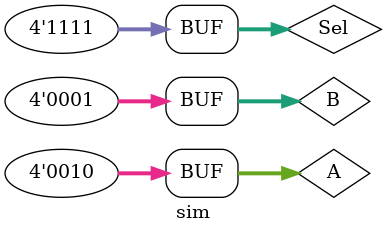
<source format=v>
`timescale 1ns / 1ps


module sim(
    );
    parameter n=4;
    reg [n-1:0] A;
    reg [n-1:0] B;
    reg [3:0] Sel;
    wire [n-1:0] ALUOutput;
    wire ZeroFlag;
    
    ALU #(n) uut(A,B,Sel,ALUOutput,ZeroFlag);
    
    initial begin
    A=4'b0010;
    B=4'b0001;      //ADD
    Sel=4'b0010;
    #100;
    A=4'b0010;
    B=4'b0001;      //SUB
    Sel=4'b0110;
    #100;
    A=4'b0010;
    B=4'b0001;      //AND
    Sel=4'b0000;
    #100;
    A=4'b0010;
    B=4'b0001;      //OR
    Sel=4'b0001;
    #100;
    A=4'b0010;
    B=4'b0001;      //OR
    Sel=4'b1111;
    #100;
    end


endmodule

</source>
